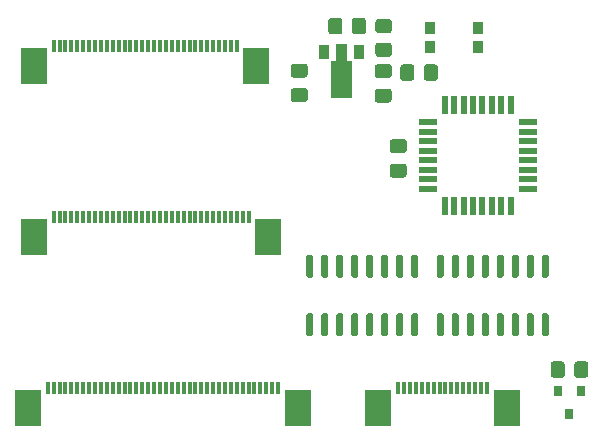
<source format=gbr>
%TF.GenerationSoftware,KiCad,Pcbnew,(5.1.8)-1*%
%TF.CreationDate,2021-04-16T15:21:13+02:00*%
%TF.ProjectId,GBAHD_Shield,47424148-445f-4536-9869-656c642e6b69,rev?*%
%TF.SameCoordinates,Original*%
%TF.FileFunction,Paste,Top*%
%TF.FilePolarity,Positive*%
%FSLAX46Y46*%
G04 Gerber Fmt 4.6, Leading zero omitted, Abs format (unit mm)*
G04 Created by KiCad (PCBNEW (5.1.8)-1) date 2021-04-16 15:21:13*
%MOMM*%
%LPD*%
G01*
G04 APERTURE LIST*
%ADD10R,0.550000X1.600000*%
%ADD11R,1.600000X0.550000*%
%ADD12R,0.900000X1.000000*%
%ADD13C,0.100000*%
%ADD14R,0.900000X1.300000*%
%ADD15R,2.300000X3.100000*%
%ADD16R,0.300000X1.100000*%
%ADD17R,0.800000X0.900000*%
G04 APERTURE END LIST*
D10*
%TO.C,U5*%
X78600000Y-44550000D03*
X79400000Y-44550000D03*
X80200000Y-44550000D03*
X81000000Y-44550000D03*
X81800000Y-44550000D03*
X82600000Y-44550000D03*
X83400000Y-44550000D03*
X84200000Y-44550000D03*
D11*
X85650000Y-46000000D03*
X85650000Y-46800000D03*
X85650000Y-47600000D03*
X85650000Y-48400000D03*
X85650000Y-49200000D03*
X85650000Y-50000000D03*
X85650000Y-50800000D03*
X85650000Y-51600000D03*
D10*
X84200000Y-53050000D03*
X83400000Y-53050000D03*
X82600000Y-53050000D03*
X81800000Y-53050000D03*
X81000000Y-53050000D03*
X80200000Y-53050000D03*
X79400000Y-53050000D03*
X78600000Y-53050000D03*
D11*
X77150000Y-51600000D03*
X77150000Y-50800000D03*
X77150000Y-50000000D03*
X77150000Y-49200000D03*
X77150000Y-48400000D03*
X77150000Y-47600000D03*
X77150000Y-46800000D03*
X77150000Y-46000000D03*
%TD*%
D12*
%TO.C,SW1*%
X77325000Y-37973000D03*
X77325000Y-39573000D03*
X81425000Y-37973000D03*
X81425000Y-39573000D03*
%TD*%
%TO.C,R4*%
G36*
G01*
X76838000Y-42233001D02*
X76838000Y-41332999D01*
G75*
G02*
X77087999Y-41083000I249999J0D01*
G01*
X77788001Y-41083000D01*
G75*
G02*
X78038000Y-41332999I0J-249999D01*
G01*
X78038000Y-42233001D01*
G75*
G02*
X77788001Y-42483000I-249999J0D01*
G01*
X77087999Y-42483000D01*
G75*
G02*
X76838000Y-42233001I0J249999D01*
G01*
G37*
G36*
G01*
X74838000Y-42233001D02*
X74838000Y-41332999D01*
G75*
G02*
X75087999Y-41083000I249999J0D01*
G01*
X75788001Y-41083000D01*
G75*
G02*
X76038000Y-41332999I0J-249999D01*
G01*
X76038000Y-42233001D01*
G75*
G02*
X75788001Y-42483000I-249999J0D01*
G01*
X75087999Y-42483000D01*
G75*
G02*
X74838000Y-42233001I0J249999D01*
G01*
G37*
%TD*%
D13*
%TO.C,U1*%
G36*
X68983500Y-43956000D02*
G01*
X68983500Y-40831000D01*
X69400000Y-40831000D01*
X69400000Y-39356000D01*
X70300000Y-39356000D01*
X70300000Y-40831000D01*
X70716500Y-40831000D01*
X70716500Y-43956000D01*
X68983500Y-43956000D01*
G37*
D14*
X68350000Y-40006000D03*
X71350000Y-40006000D03*
%TD*%
%TO.C,R1*%
G36*
G01*
X73888001Y-38446000D02*
X72987999Y-38446000D01*
G75*
G02*
X72738000Y-38196001I0J249999D01*
G01*
X72738000Y-37495999D01*
G75*
G02*
X72987999Y-37246000I249999J0D01*
G01*
X73888001Y-37246000D01*
G75*
G02*
X74138000Y-37495999I0J-249999D01*
G01*
X74138000Y-38196001D01*
G75*
G02*
X73888001Y-38446000I-249999J0D01*
G01*
G37*
G36*
G01*
X73888001Y-40446000D02*
X72987999Y-40446000D01*
G75*
G02*
X72738000Y-40196001I0J249999D01*
G01*
X72738000Y-39495999D01*
G75*
G02*
X72987999Y-39246000I249999J0D01*
G01*
X73888001Y-39246000D01*
G75*
G02*
X74138000Y-39495999I0J-249999D01*
G01*
X74138000Y-40196001D01*
G75*
G02*
X73888001Y-40446000I-249999J0D01*
G01*
G37*
%TD*%
%TO.C,C1*%
G36*
G01*
X66769000Y-42200500D02*
X65819000Y-42200500D01*
G75*
G02*
X65569000Y-41950500I0J250000D01*
G01*
X65569000Y-41275500D01*
G75*
G02*
X65819000Y-41025500I250000J0D01*
G01*
X66769000Y-41025500D01*
G75*
G02*
X67019000Y-41275500I0J-250000D01*
G01*
X67019000Y-41950500D01*
G75*
G02*
X66769000Y-42200500I-250000J0D01*
G01*
G37*
G36*
G01*
X66769000Y-44275500D02*
X65819000Y-44275500D01*
G75*
G02*
X65569000Y-44025500I0J250000D01*
G01*
X65569000Y-43350500D01*
G75*
G02*
X65819000Y-43100500I250000J0D01*
G01*
X66769000Y-43100500D01*
G75*
G02*
X67019000Y-43350500I0J-250000D01*
G01*
X67019000Y-44025500D01*
G75*
G02*
X66769000Y-44275500I-250000J0D01*
G01*
G37*
%TD*%
%TO.C,R2*%
G36*
G01*
X69942000Y-37395999D02*
X69942000Y-38296001D01*
G75*
G02*
X69692001Y-38546000I-249999J0D01*
G01*
X68991999Y-38546000D01*
G75*
G02*
X68742000Y-38296001I0J249999D01*
G01*
X68742000Y-37395999D01*
G75*
G02*
X68991999Y-37146000I249999J0D01*
G01*
X69692001Y-37146000D01*
G75*
G02*
X69942000Y-37395999I0J-249999D01*
G01*
G37*
G36*
G01*
X71942000Y-37395999D02*
X71942000Y-38296001D01*
G75*
G02*
X71692001Y-38546000I-249999J0D01*
G01*
X70991999Y-38546000D01*
G75*
G02*
X70742000Y-38296001I0J249999D01*
G01*
X70742000Y-37395999D01*
G75*
G02*
X70991999Y-37146000I249999J0D01*
G01*
X71692001Y-37146000D01*
G75*
G02*
X71942000Y-37395999I0J-249999D01*
G01*
G37*
%TD*%
D15*
%TO.C,J4*%
X83840000Y-70200000D03*
X73000000Y-70200000D03*
D16*
X82170000Y-68500000D03*
X81670000Y-68500000D03*
X81170000Y-68500000D03*
X80670000Y-68500000D03*
X80170000Y-68500000D03*
X79670000Y-68500000D03*
X79170000Y-68500000D03*
X78670000Y-68500000D03*
X78170000Y-68500000D03*
X77670000Y-68500000D03*
X77170000Y-68500000D03*
X76670000Y-68500000D03*
X76170000Y-68500000D03*
X75670000Y-68500000D03*
X75170000Y-68500000D03*
X74670000Y-68500000D03*
%TD*%
D15*
%TO.C,J5*%
X66170000Y-70200000D03*
X43330000Y-70200000D03*
D16*
X64500000Y-68500000D03*
X64000000Y-68500000D03*
X63500000Y-68500000D03*
X63000000Y-68500000D03*
X62500000Y-68500000D03*
X62000000Y-68500000D03*
X61500000Y-68500000D03*
X61000000Y-68500000D03*
X60500000Y-68500000D03*
X60000000Y-68500000D03*
X59500000Y-68500000D03*
X59000000Y-68500000D03*
X58500000Y-68500000D03*
X58000000Y-68500000D03*
X57500000Y-68500000D03*
X57000000Y-68500000D03*
X56500000Y-68500000D03*
X56000000Y-68500000D03*
X55500000Y-68500000D03*
X55000000Y-68500000D03*
X54500000Y-68500000D03*
X54000000Y-68500000D03*
X53500000Y-68500000D03*
X53000000Y-68500000D03*
X52500000Y-68500000D03*
X52000000Y-68500000D03*
X51500000Y-68500000D03*
X51000000Y-68500000D03*
X50500000Y-68500000D03*
X50000000Y-68500000D03*
X49500000Y-68500000D03*
X49000000Y-68500000D03*
X48500000Y-68500000D03*
X48000000Y-68500000D03*
X47500000Y-68500000D03*
X47000000Y-68500000D03*
X46500000Y-68500000D03*
X46000000Y-68500000D03*
X45500000Y-68500000D03*
X45000000Y-68500000D03*
%TD*%
%TO.C,C3*%
G36*
G01*
X75151000Y-48593500D02*
X74201000Y-48593500D01*
G75*
G02*
X73951000Y-48343500I0J250000D01*
G01*
X73951000Y-47668500D01*
G75*
G02*
X74201000Y-47418500I250000J0D01*
G01*
X75151000Y-47418500D01*
G75*
G02*
X75401000Y-47668500I0J-250000D01*
G01*
X75401000Y-48343500D01*
G75*
G02*
X75151000Y-48593500I-250000J0D01*
G01*
G37*
G36*
G01*
X75151000Y-50668500D02*
X74201000Y-50668500D01*
G75*
G02*
X73951000Y-50418500I0J250000D01*
G01*
X73951000Y-49743500D01*
G75*
G02*
X74201000Y-49493500I250000J0D01*
G01*
X75151000Y-49493500D01*
G75*
G02*
X75401000Y-49743500I0J-250000D01*
G01*
X75401000Y-50418500D01*
G75*
G02*
X75151000Y-50668500I-250000J0D01*
G01*
G37*
%TD*%
D17*
%TO.C,Q1*%
X89154000Y-70723000D03*
X88204000Y-68723000D03*
X90104000Y-68723000D03*
%TD*%
%TO.C,R3*%
G36*
G01*
X88770000Y-66478999D02*
X88770000Y-67379001D01*
G75*
G02*
X88520001Y-67629000I-249999J0D01*
G01*
X87819999Y-67629000D01*
G75*
G02*
X87570000Y-67379001I0J249999D01*
G01*
X87570000Y-66478999D01*
G75*
G02*
X87819999Y-66229000I249999J0D01*
G01*
X88520001Y-66229000D01*
G75*
G02*
X88770000Y-66478999I0J-249999D01*
G01*
G37*
G36*
G01*
X90770000Y-66478999D02*
X90770000Y-67379001D01*
G75*
G02*
X90520001Y-67629000I-249999J0D01*
G01*
X89819999Y-67629000D01*
G75*
G02*
X89570000Y-67379001I0J249999D01*
G01*
X89570000Y-66478999D01*
G75*
G02*
X89819999Y-66229000I249999J0D01*
G01*
X90520001Y-66229000D01*
G75*
G02*
X90770000Y-66478999I0J-249999D01*
G01*
G37*
%TD*%
D15*
%TO.C,J3*%
X63670000Y-55700000D03*
X43830000Y-55700000D03*
D16*
X62000000Y-54000000D03*
X61500000Y-54000000D03*
X61000000Y-54000000D03*
X60500000Y-54000000D03*
X60000000Y-54000000D03*
X59500000Y-54000000D03*
X59000000Y-54000000D03*
X58500000Y-54000000D03*
X58000000Y-54000000D03*
X57500000Y-54000000D03*
X57000000Y-54000000D03*
X56500000Y-54000000D03*
X56000000Y-54000000D03*
X55500000Y-54000000D03*
X55000000Y-54000000D03*
X54500000Y-54000000D03*
X54000000Y-54000000D03*
X53500000Y-54000000D03*
X53000000Y-54000000D03*
X52500000Y-54000000D03*
X52000000Y-54000000D03*
X51500000Y-54000000D03*
X51000000Y-54000000D03*
X50500000Y-54000000D03*
X50000000Y-54000000D03*
X49500000Y-54000000D03*
X49000000Y-54000000D03*
X48500000Y-54000000D03*
X48000000Y-54000000D03*
X47500000Y-54000000D03*
X47000000Y-54000000D03*
X46500000Y-54000000D03*
X46000000Y-54000000D03*
X45500000Y-54000000D03*
%TD*%
%TO.C,C2*%
G36*
G01*
X73881000Y-42243500D02*
X72931000Y-42243500D01*
G75*
G02*
X72681000Y-41993500I0J250000D01*
G01*
X72681000Y-41318500D01*
G75*
G02*
X72931000Y-41068500I250000J0D01*
G01*
X73881000Y-41068500D01*
G75*
G02*
X74131000Y-41318500I0J-250000D01*
G01*
X74131000Y-41993500D01*
G75*
G02*
X73881000Y-42243500I-250000J0D01*
G01*
G37*
G36*
G01*
X73881000Y-44318500D02*
X72931000Y-44318500D01*
G75*
G02*
X72681000Y-44068500I0J250000D01*
G01*
X72681000Y-43393500D01*
G75*
G02*
X72931000Y-43143500I250000J0D01*
G01*
X73881000Y-43143500D01*
G75*
G02*
X74131000Y-43393500I0J-250000D01*
G01*
X74131000Y-44068500D01*
G75*
G02*
X73881000Y-44318500I-250000J0D01*
G01*
G37*
%TD*%
D15*
%TO.C,J2*%
X62670000Y-41200000D03*
X43830000Y-41200000D03*
D16*
X61000000Y-39500000D03*
X60500000Y-39500000D03*
X60000000Y-39500000D03*
X59500000Y-39500000D03*
X59000000Y-39500000D03*
X58500000Y-39500000D03*
X58000000Y-39500000D03*
X57500000Y-39500000D03*
X57000000Y-39500000D03*
X56500000Y-39500000D03*
X56000000Y-39500000D03*
X55500000Y-39500000D03*
X55000000Y-39500000D03*
X54500000Y-39500000D03*
X54000000Y-39500000D03*
X53500000Y-39500000D03*
X53000000Y-39500000D03*
X52500000Y-39500000D03*
X52000000Y-39500000D03*
X51500000Y-39500000D03*
X51000000Y-39500000D03*
X50500000Y-39500000D03*
X50000000Y-39500000D03*
X49500000Y-39500000D03*
X49000000Y-39500000D03*
X48500000Y-39500000D03*
X48000000Y-39500000D03*
X47500000Y-39500000D03*
X47000000Y-39500000D03*
X46500000Y-39500000D03*
X46000000Y-39500000D03*
X45500000Y-39500000D03*
%TD*%
%TO.C,U2*%
G36*
G01*
X67333000Y-59141000D02*
X67033000Y-59141000D01*
G75*
G02*
X66883000Y-58991000I0J150000D01*
G01*
X66883000Y-57341000D01*
G75*
G02*
X67033000Y-57191000I150000J0D01*
G01*
X67333000Y-57191000D01*
G75*
G02*
X67483000Y-57341000I0J-150000D01*
G01*
X67483000Y-58991000D01*
G75*
G02*
X67333000Y-59141000I-150000J0D01*
G01*
G37*
G36*
G01*
X68603000Y-59141000D02*
X68303000Y-59141000D01*
G75*
G02*
X68153000Y-58991000I0J150000D01*
G01*
X68153000Y-57341000D01*
G75*
G02*
X68303000Y-57191000I150000J0D01*
G01*
X68603000Y-57191000D01*
G75*
G02*
X68753000Y-57341000I0J-150000D01*
G01*
X68753000Y-58991000D01*
G75*
G02*
X68603000Y-59141000I-150000J0D01*
G01*
G37*
G36*
G01*
X69873000Y-59141000D02*
X69573000Y-59141000D01*
G75*
G02*
X69423000Y-58991000I0J150000D01*
G01*
X69423000Y-57341000D01*
G75*
G02*
X69573000Y-57191000I150000J0D01*
G01*
X69873000Y-57191000D01*
G75*
G02*
X70023000Y-57341000I0J-150000D01*
G01*
X70023000Y-58991000D01*
G75*
G02*
X69873000Y-59141000I-150000J0D01*
G01*
G37*
G36*
G01*
X71143000Y-59141000D02*
X70843000Y-59141000D01*
G75*
G02*
X70693000Y-58991000I0J150000D01*
G01*
X70693000Y-57341000D01*
G75*
G02*
X70843000Y-57191000I150000J0D01*
G01*
X71143000Y-57191000D01*
G75*
G02*
X71293000Y-57341000I0J-150000D01*
G01*
X71293000Y-58991000D01*
G75*
G02*
X71143000Y-59141000I-150000J0D01*
G01*
G37*
G36*
G01*
X72413000Y-59141000D02*
X72113000Y-59141000D01*
G75*
G02*
X71963000Y-58991000I0J150000D01*
G01*
X71963000Y-57341000D01*
G75*
G02*
X72113000Y-57191000I150000J0D01*
G01*
X72413000Y-57191000D01*
G75*
G02*
X72563000Y-57341000I0J-150000D01*
G01*
X72563000Y-58991000D01*
G75*
G02*
X72413000Y-59141000I-150000J0D01*
G01*
G37*
G36*
G01*
X73683000Y-59141000D02*
X73383000Y-59141000D01*
G75*
G02*
X73233000Y-58991000I0J150000D01*
G01*
X73233000Y-57341000D01*
G75*
G02*
X73383000Y-57191000I150000J0D01*
G01*
X73683000Y-57191000D01*
G75*
G02*
X73833000Y-57341000I0J-150000D01*
G01*
X73833000Y-58991000D01*
G75*
G02*
X73683000Y-59141000I-150000J0D01*
G01*
G37*
G36*
G01*
X74953000Y-59141000D02*
X74653000Y-59141000D01*
G75*
G02*
X74503000Y-58991000I0J150000D01*
G01*
X74503000Y-57341000D01*
G75*
G02*
X74653000Y-57191000I150000J0D01*
G01*
X74953000Y-57191000D01*
G75*
G02*
X75103000Y-57341000I0J-150000D01*
G01*
X75103000Y-58991000D01*
G75*
G02*
X74953000Y-59141000I-150000J0D01*
G01*
G37*
G36*
G01*
X76223000Y-59141000D02*
X75923000Y-59141000D01*
G75*
G02*
X75773000Y-58991000I0J150000D01*
G01*
X75773000Y-57341000D01*
G75*
G02*
X75923000Y-57191000I150000J0D01*
G01*
X76223000Y-57191000D01*
G75*
G02*
X76373000Y-57341000I0J-150000D01*
G01*
X76373000Y-58991000D01*
G75*
G02*
X76223000Y-59141000I-150000J0D01*
G01*
G37*
G36*
G01*
X76223000Y-64091000D02*
X75923000Y-64091000D01*
G75*
G02*
X75773000Y-63941000I0J150000D01*
G01*
X75773000Y-62291000D01*
G75*
G02*
X75923000Y-62141000I150000J0D01*
G01*
X76223000Y-62141000D01*
G75*
G02*
X76373000Y-62291000I0J-150000D01*
G01*
X76373000Y-63941000D01*
G75*
G02*
X76223000Y-64091000I-150000J0D01*
G01*
G37*
G36*
G01*
X74953000Y-64091000D02*
X74653000Y-64091000D01*
G75*
G02*
X74503000Y-63941000I0J150000D01*
G01*
X74503000Y-62291000D01*
G75*
G02*
X74653000Y-62141000I150000J0D01*
G01*
X74953000Y-62141000D01*
G75*
G02*
X75103000Y-62291000I0J-150000D01*
G01*
X75103000Y-63941000D01*
G75*
G02*
X74953000Y-64091000I-150000J0D01*
G01*
G37*
G36*
G01*
X73683000Y-64091000D02*
X73383000Y-64091000D01*
G75*
G02*
X73233000Y-63941000I0J150000D01*
G01*
X73233000Y-62291000D01*
G75*
G02*
X73383000Y-62141000I150000J0D01*
G01*
X73683000Y-62141000D01*
G75*
G02*
X73833000Y-62291000I0J-150000D01*
G01*
X73833000Y-63941000D01*
G75*
G02*
X73683000Y-64091000I-150000J0D01*
G01*
G37*
G36*
G01*
X72413000Y-64091000D02*
X72113000Y-64091000D01*
G75*
G02*
X71963000Y-63941000I0J150000D01*
G01*
X71963000Y-62291000D01*
G75*
G02*
X72113000Y-62141000I150000J0D01*
G01*
X72413000Y-62141000D01*
G75*
G02*
X72563000Y-62291000I0J-150000D01*
G01*
X72563000Y-63941000D01*
G75*
G02*
X72413000Y-64091000I-150000J0D01*
G01*
G37*
G36*
G01*
X71143000Y-64091000D02*
X70843000Y-64091000D01*
G75*
G02*
X70693000Y-63941000I0J150000D01*
G01*
X70693000Y-62291000D01*
G75*
G02*
X70843000Y-62141000I150000J0D01*
G01*
X71143000Y-62141000D01*
G75*
G02*
X71293000Y-62291000I0J-150000D01*
G01*
X71293000Y-63941000D01*
G75*
G02*
X71143000Y-64091000I-150000J0D01*
G01*
G37*
G36*
G01*
X69873000Y-64091000D02*
X69573000Y-64091000D01*
G75*
G02*
X69423000Y-63941000I0J150000D01*
G01*
X69423000Y-62291000D01*
G75*
G02*
X69573000Y-62141000I150000J0D01*
G01*
X69873000Y-62141000D01*
G75*
G02*
X70023000Y-62291000I0J-150000D01*
G01*
X70023000Y-63941000D01*
G75*
G02*
X69873000Y-64091000I-150000J0D01*
G01*
G37*
G36*
G01*
X68603000Y-64091000D02*
X68303000Y-64091000D01*
G75*
G02*
X68153000Y-63941000I0J150000D01*
G01*
X68153000Y-62291000D01*
G75*
G02*
X68303000Y-62141000I150000J0D01*
G01*
X68603000Y-62141000D01*
G75*
G02*
X68753000Y-62291000I0J-150000D01*
G01*
X68753000Y-63941000D01*
G75*
G02*
X68603000Y-64091000I-150000J0D01*
G01*
G37*
G36*
G01*
X67333000Y-64091000D02*
X67033000Y-64091000D01*
G75*
G02*
X66883000Y-63941000I0J150000D01*
G01*
X66883000Y-62291000D01*
G75*
G02*
X67033000Y-62141000I150000J0D01*
G01*
X67333000Y-62141000D01*
G75*
G02*
X67483000Y-62291000I0J-150000D01*
G01*
X67483000Y-63941000D01*
G75*
G02*
X67333000Y-64091000I-150000J0D01*
G01*
G37*
%TD*%
%TO.C,U3*%
G36*
G01*
X78382000Y-59141000D02*
X78082000Y-59141000D01*
G75*
G02*
X77932000Y-58991000I0J150000D01*
G01*
X77932000Y-57341000D01*
G75*
G02*
X78082000Y-57191000I150000J0D01*
G01*
X78382000Y-57191000D01*
G75*
G02*
X78532000Y-57341000I0J-150000D01*
G01*
X78532000Y-58991000D01*
G75*
G02*
X78382000Y-59141000I-150000J0D01*
G01*
G37*
G36*
G01*
X79652000Y-59141000D02*
X79352000Y-59141000D01*
G75*
G02*
X79202000Y-58991000I0J150000D01*
G01*
X79202000Y-57341000D01*
G75*
G02*
X79352000Y-57191000I150000J0D01*
G01*
X79652000Y-57191000D01*
G75*
G02*
X79802000Y-57341000I0J-150000D01*
G01*
X79802000Y-58991000D01*
G75*
G02*
X79652000Y-59141000I-150000J0D01*
G01*
G37*
G36*
G01*
X80922000Y-59141000D02*
X80622000Y-59141000D01*
G75*
G02*
X80472000Y-58991000I0J150000D01*
G01*
X80472000Y-57341000D01*
G75*
G02*
X80622000Y-57191000I150000J0D01*
G01*
X80922000Y-57191000D01*
G75*
G02*
X81072000Y-57341000I0J-150000D01*
G01*
X81072000Y-58991000D01*
G75*
G02*
X80922000Y-59141000I-150000J0D01*
G01*
G37*
G36*
G01*
X82192000Y-59141000D02*
X81892000Y-59141000D01*
G75*
G02*
X81742000Y-58991000I0J150000D01*
G01*
X81742000Y-57341000D01*
G75*
G02*
X81892000Y-57191000I150000J0D01*
G01*
X82192000Y-57191000D01*
G75*
G02*
X82342000Y-57341000I0J-150000D01*
G01*
X82342000Y-58991000D01*
G75*
G02*
X82192000Y-59141000I-150000J0D01*
G01*
G37*
G36*
G01*
X83462000Y-59141000D02*
X83162000Y-59141000D01*
G75*
G02*
X83012000Y-58991000I0J150000D01*
G01*
X83012000Y-57341000D01*
G75*
G02*
X83162000Y-57191000I150000J0D01*
G01*
X83462000Y-57191000D01*
G75*
G02*
X83612000Y-57341000I0J-150000D01*
G01*
X83612000Y-58991000D01*
G75*
G02*
X83462000Y-59141000I-150000J0D01*
G01*
G37*
G36*
G01*
X84732000Y-59141000D02*
X84432000Y-59141000D01*
G75*
G02*
X84282000Y-58991000I0J150000D01*
G01*
X84282000Y-57341000D01*
G75*
G02*
X84432000Y-57191000I150000J0D01*
G01*
X84732000Y-57191000D01*
G75*
G02*
X84882000Y-57341000I0J-150000D01*
G01*
X84882000Y-58991000D01*
G75*
G02*
X84732000Y-59141000I-150000J0D01*
G01*
G37*
G36*
G01*
X86002000Y-59141000D02*
X85702000Y-59141000D01*
G75*
G02*
X85552000Y-58991000I0J150000D01*
G01*
X85552000Y-57341000D01*
G75*
G02*
X85702000Y-57191000I150000J0D01*
G01*
X86002000Y-57191000D01*
G75*
G02*
X86152000Y-57341000I0J-150000D01*
G01*
X86152000Y-58991000D01*
G75*
G02*
X86002000Y-59141000I-150000J0D01*
G01*
G37*
G36*
G01*
X87272000Y-59141000D02*
X86972000Y-59141000D01*
G75*
G02*
X86822000Y-58991000I0J150000D01*
G01*
X86822000Y-57341000D01*
G75*
G02*
X86972000Y-57191000I150000J0D01*
G01*
X87272000Y-57191000D01*
G75*
G02*
X87422000Y-57341000I0J-150000D01*
G01*
X87422000Y-58991000D01*
G75*
G02*
X87272000Y-59141000I-150000J0D01*
G01*
G37*
G36*
G01*
X87272000Y-64091000D02*
X86972000Y-64091000D01*
G75*
G02*
X86822000Y-63941000I0J150000D01*
G01*
X86822000Y-62291000D01*
G75*
G02*
X86972000Y-62141000I150000J0D01*
G01*
X87272000Y-62141000D01*
G75*
G02*
X87422000Y-62291000I0J-150000D01*
G01*
X87422000Y-63941000D01*
G75*
G02*
X87272000Y-64091000I-150000J0D01*
G01*
G37*
G36*
G01*
X86002000Y-64091000D02*
X85702000Y-64091000D01*
G75*
G02*
X85552000Y-63941000I0J150000D01*
G01*
X85552000Y-62291000D01*
G75*
G02*
X85702000Y-62141000I150000J0D01*
G01*
X86002000Y-62141000D01*
G75*
G02*
X86152000Y-62291000I0J-150000D01*
G01*
X86152000Y-63941000D01*
G75*
G02*
X86002000Y-64091000I-150000J0D01*
G01*
G37*
G36*
G01*
X84732000Y-64091000D02*
X84432000Y-64091000D01*
G75*
G02*
X84282000Y-63941000I0J150000D01*
G01*
X84282000Y-62291000D01*
G75*
G02*
X84432000Y-62141000I150000J0D01*
G01*
X84732000Y-62141000D01*
G75*
G02*
X84882000Y-62291000I0J-150000D01*
G01*
X84882000Y-63941000D01*
G75*
G02*
X84732000Y-64091000I-150000J0D01*
G01*
G37*
G36*
G01*
X83462000Y-64091000D02*
X83162000Y-64091000D01*
G75*
G02*
X83012000Y-63941000I0J150000D01*
G01*
X83012000Y-62291000D01*
G75*
G02*
X83162000Y-62141000I150000J0D01*
G01*
X83462000Y-62141000D01*
G75*
G02*
X83612000Y-62291000I0J-150000D01*
G01*
X83612000Y-63941000D01*
G75*
G02*
X83462000Y-64091000I-150000J0D01*
G01*
G37*
G36*
G01*
X82192000Y-64091000D02*
X81892000Y-64091000D01*
G75*
G02*
X81742000Y-63941000I0J150000D01*
G01*
X81742000Y-62291000D01*
G75*
G02*
X81892000Y-62141000I150000J0D01*
G01*
X82192000Y-62141000D01*
G75*
G02*
X82342000Y-62291000I0J-150000D01*
G01*
X82342000Y-63941000D01*
G75*
G02*
X82192000Y-64091000I-150000J0D01*
G01*
G37*
G36*
G01*
X80922000Y-64091000D02*
X80622000Y-64091000D01*
G75*
G02*
X80472000Y-63941000I0J150000D01*
G01*
X80472000Y-62291000D01*
G75*
G02*
X80622000Y-62141000I150000J0D01*
G01*
X80922000Y-62141000D01*
G75*
G02*
X81072000Y-62291000I0J-150000D01*
G01*
X81072000Y-63941000D01*
G75*
G02*
X80922000Y-64091000I-150000J0D01*
G01*
G37*
G36*
G01*
X79652000Y-64091000D02*
X79352000Y-64091000D01*
G75*
G02*
X79202000Y-63941000I0J150000D01*
G01*
X79202000Y-62291000D01*
G75*
G02*
X79352000Y-62141000I150000J0D01*
G01*
X79652000Y-62141000D01*
G75*
G02*
X79802000Y-62291000I0J-150000D01*
G01*
X79802000Y-63941000D01*
G75*
G02*
X79652000Y-64091000I-150000J0D01*
G01*
G37*
G36*
G01*
X78382000Y-64091000D02*
X78082000Y-64091000D01*
G75*
G02*
X77932000Y-63941000I0J150000D01*
G01*
X77932000Y-62291000D01*
G75*
G02*
X78082000Y-62141000I150000J0D01*
G01*
X78382000Y-62141000D01*
G75*
G02*
X78532000Y-62291000I0J-150000D01*
G01*
X78532000Y-63941000D01*
G75*
G02*
X78382000Y-64091000I-150000J0D01*
G01*
G37*
%TD*%
M02*

</source>
